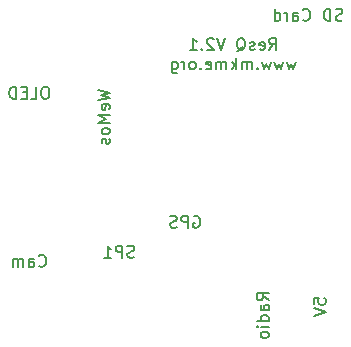
<source format=gbo>
%TF.GenerationSoftware,KiCad,Pcbnew,(5.1.6)-1*%
%TF.CreationDate,2020-09-06T13:06:38-04:00*%
%TF.ProjectId,ResQ KiCad Version,52657351-204b-4694-9361-642056657273,rev?*%
%TF.SameCoordinates,Original*%
%TF.FileFunction,Legend,Bot*%
%TF.FilePolarity,Positive*%
%FSLAX46Y46*%
G04 Gerber Fmt 4.6, Leading zero omitted, Abs format (unit mm)*
G04 Created by KiCad (PCBNEW (5.1.6)-1) date 2020-09-06 13:06:38*
%MOMM*%
%LPD*%
G01*
G04 APERTURE LIST*
%ADD10C,0.150000*%
G04 APERTURE END LIST*
D10*
X192785619Y-117229380D02*
X193118952Y-116753190D01*
X193357047Y-117229380D02*
X193357047Y-116229380D01*
X192976095Y-116229380D01*
X192880857Y-116277000D01*
X192833238Y-116324619D01*
X192785619Y-116419857D01*
X192785619Y-116562714D01*
X192833238Y-116657952D01*
X192880857Y-116705571D01*
X192976095Y-116753190D01*
X193357047Y-116753190D01*
X191976095Y-117181761D02*
X192071333Y-117229380D01*
X192261809Y-117229380D01*
X192357047Y-117181761D01*
X192404666Y-117086523D01*
X192404666Y-116705571D01*
X192357047Y-116610333D01*
X192261809Y-116562714D01*
X192071333Y-116562714D01*
X191976095Y-116610333D01*
X191928476Y-116705571D01*
X191928476Y-116800809D01*
X192404666Y-116896047D01*
X191547523Y-117181761D02*
X191452285Y-117229380D01*
X191261809Y-117229380D01*
X191166571Y-117181761D01*
X191118952Y-117086523D01*
X191118952Y-117038904D01*
X191166571Y-116943666D01*
X191261809Y-116896047D01*
X191404666Y-116896047D01*
X191499904Y-116848428D01*
X191547523Y-116753190D01*
X191547523Y-116705571D01*
X191499904Y-116610333D01*
X191404666Y-116562714D01*
X191261809Y-116562714D01*
X191166571Y-116610333D01*
X190023714Y-117324619D02*
X190118952Y-117277000D01*
X190214190Y-117181761D01*
X190357047Y-117038904D01*
X190452285Y-116991285D01*
X190547523Y-116991285D01*
X190499904Y-117229380D02*
X190595142Y-117181761D01*
X190690380Y-117086523D01*
X190738000Y-116896047D01*
X190738000Y-116562714D01*
X190690380Y-116372238D01*
X190595142Y-116277000D01*
X190499904Y-116229380D01*
X190309428Y-116229380D01*
X190214190Y-116277000D01*
X190118952Y-116372238D01*
X190071333Y-116562714D01*
X190071333Y-116896047D01*
X190118952Y-117086523D01*
X190214190Y-117181761D01*
X190309428Y-117229380D01*
X190499904Y-117229380D01*
X189023714Y-116229380D02*
X188690380Y-117229380D01*
X188357047Y-116229380D01*
X188071333Y-116324619D02*
X188023714Y-116277000D01*
X187928476Y-116229380D01*
X187690380Y-116229380D01*
X187595142Y-116277000D01*
X187547523Y-116324619D01*
X187499904Y-116419857D01*
X187499904Y-116515095D01*
X187547523Y-116657952D01*
X188118952Y-117229380D01*
X187499904Y-117229380D01*
X187071333Y-117134142D02*
X187023714Y-117181761D01*
X187071333Y-117229380D01*
X187118952Y-117181761D01*
X187071333Y-117134142D01*
X187071333Y-117229380D01*
X186071333Y-117229380D02*
X186642761Y-117229380D01*
X186357047Y-117229380D02*
X186357047Y-116229380D01*
X186452285Y-116372238D01*
X186547523Y-116467476D01*
X186642761Y-116515095D01*
X195023714Y-118212714D02*
X194833238Y-118879380D01*
X194642761Y-118403190D01*
X194452285Y-118879380D01*
X194261809Y-118212714D01*
X193976095Y-118212714D02*
X193785619Y-118879380D01*
X193595142Y-118403190D01*
X193404666Y-118879380D01*
X193214190Y-118212714D01*
X192928476Y-118212714D02*
X192738000Y-118879380D01*
X192547523Y-118403190D01*
X192357047Y-118879380D01*
X192166571Y-118212714D01*
X191785619Y-118784142D02*
X191738000Y-118831761D01*
X191785619Y-118879380D01*
X191833238Y-118831761D01*
X191785619Y-118784142D01*
X191785619Y-118879380D01*
X191309428Y-118879380D02*
X191309428Y-118212714D01*
X191309428Y-118307952D02*
X191261809Y-118260333D01*
X191166571Y-118212714D01*
X191023714Y-118212714D01*
X190928476Y-118260333D01*
X190880857Y-118355571D01*
X190880857Y-118879380D01*
X190880857Y-118355571D02*
X190833238Y-118260333D01*
X190738000Y-118212714D01*
X190595142Y-118212714D01*
X190499904Y-118260333D01*
X190452285Y-118355571D01*
X190452285Y-118879380D01*
X189976095Y-118879380D02*
X189976095Y-117879380D01*
X189880857Y-118498428D02*
X189595142Y-118879380D01*
X189595142Y-118212714D02*
X189976095Y-118593666D01*
X189166571Y-118879380D02*
X189166571Y-118212714D01*
X189166571Y-118307952D02*
X189118952Y-118260333D01*
X189023714Y-118212714D01*
X188880857Y-118212714D01*
X188785619Y-118260333D01*
X188738000Y-118355571D01*
X188738000Y-118879380D01*
X188738000Y-118355571D02*
X188690380Y-118260333D01*
X188595142Y-118212714D01*
X188452285Y-118212714D01*
X188357047Y-118260333D01*
X188309428Y-118355571D01*
X188309428Y-118879380D01*
X187452285Y-118831761D02*
X187547523Y-118879380D01*
X187738000Y-118879380D01*
X187833238Y-118831761D01*
X187880857Y-118736523D01*
X187880857Y-118355571D01*
X187833238Y-118260333D01*
X187738000Y-118212714D01*
X187547523Y-118212714D01*
X187452285Y-118260333D01*
X187404666Y-118355571D01*
X187404666Y-118450809D01*
X187880857Y-118546047D01*
X186976095Y-118784142D02*
X186928476Y-118831761D01*
X186976095Y-118879380D01*
X187023714Y-118831761D01*
X186976095Y-118784142D01*
X186976095Y-118879380D01*
X186357047Y-118879380D02*
X186452285Y-118831761D01*
X186499904Y-118784142D01*
X186547523Y-118688904D01*
X186547523Y-118403190D01*
X186499904Y-118307952D01*
X186452285Y-118260333D01*
X186357047Y-118212714D01*
X186214190Y-118212714D01*
X186118952Y-118260333D01*
X186071333Y-118307952D01*
X186023714Y-118403190D01*
X186023714Y-118688904D01*
X186071333Y-118784142D01*
X186118952Y-118831761D01*
X186214190Y-118879380D01*
X186357047Y-118879380D01*
X185595142Y-118879380D02*
X185595142Y-118212714D01*
X185595142Y-118403190D02*
X185547523Y-118307952D01*
X185499904Y-118260333D01*
X185404666Y-118212714D01*
X185309428Y-118212714D01*
X184547523Y-118212714D02*
X184547523Y-119022238D01*
X184595142Y-119117476D01*
X184642761Y-119165095D01*
X184738000Y-119212714D01*
X184880857Y-119212714D01*
X184976095Y-119165095D01*
X184547523Y-118831761D02*
X184642761Y-118879380D01*
X184833238Y-118879380D01*
X184928476Y-118831761D01*
X184976095Y-118784142D01*
X185023714Y-118688904D01*
X185023714Y-118403190D01*
X184976095Y-118307952D01*
X184928476Y-118260333D01*
X184833238Y-118212714D01*
X184642761Y-118212714D01*
X184547523Y-118260333D01*
%TO.C,U1*%
X178268380Y-120650285D02*
X179268380Y-120888380D01*
X178554095Y-121078857D01*
X179268380Y-121269333D01*
X178268380Y-121507428D01*
X179220761Y-122269333D02*
X179268380Y-122174095D01*
X179268380Y-121983619D01*
X179220761Y-121888380D01*
X179125523Y-121840761D01*
X178744571Y-121840761D01*
X178649333Y-121888380D01*
X178601714Y-121983619D01*
X178601714Y-122174095D01*
X178649333Y-122269333D01*
X178744571Y-122316952D01*
X178839809Y-122316952D01*
X178935047Y-121840761D01*
X179268380Y-122745523D02*
X178268380Y-122745523D01*
X178982666Y-123078857D01*
X178268380Y-123412190D01*
X179268380Y-123412190D01*
X179268380Y-124031238D02*
X179220761Y-123936000D01*
X179173142Y-123888380D01*
X179077904Y-123840761D01*
X178792190Y-123840761D01*
X178696952Y-123888380D01*
X178649333Y-123936000D01*
X178601714Y-124031238D01*
X178601714Y-124174095D01*
X178649333Y-124269333D01*
X178696952Y-124316952D01*
X178792190Y-124364571D01*
X179077904Y-124364571D01*
X179173142Y-124316952D01*
X179220761Y-124269333D01*
X179268380Y-124174095D01*
X179268380Y-124031238D01*
X179220761Y-124745523D02*
X179268380Y-124840761D01*
X179268380Y-125031238D01*
X179220761Y-125126476D01*
X179125523Y-125174095D01*
X179077904Y-125174095D01*
X178982666Y-125126476D01*
X178935047Y-125031238D01*
X178935047Y-124888380D01*
X178887428Y-124793142D01*
X178792190Y-124745523D01*
X178744571Y-124745523D01*
X178649333Y-124793142D01*
X178601714Y-124888380D01*
X178601714Y-125031238D01*
X178649333Y-125126476D01*
%TO.C,J6*%
X192730380Y-138414285D02*
X192254190Y-138080952D01*
X192730380Y-137842857D02*
X191730380Y-137842857D01*
X191730380Y-138223809D01*
X191778000Y-138319047D01*
X191825619Y-138366666D01*
X191920857Y-138414285D01*
X192063714Y-138414285D01*
X192158952Y-138366666D01*
X192206571Y-138319047D01*
X192254190Y-138223809D01*
X192254190Y-137842857D01*
X192730380Y-139271428D02*
X192206571Y-139271428D01*
X192111333Y-139223809D01*
X192063714Y-139128571D01*
X192063714Y-138938095D01*
X192111333Y-138842857D01*
X192682761Y-139271428D02*
X192730380Y-139176190D01*
X192730380Y-138938095D01*
X192682761Y-138842857D01*
X192587523Y-138795238D01*
X192492285Y-138795238D01*
X192397047Y-138842857D01*
X192349428Y-138938095D01*
X192349428Y-139176190D01*
X192301809Y-139271428D01*
X192730380Y-140176190D02*
X191730380Y-140176190D01*
X192682761Y-140176190D02*
X192730380Y-140080952D01*
X192730380Y-139890476D01*
X192682761Y-139795238D01*
X192635142Y-139747619D01*
X192539904Y-139700000D01*
X192254190Y-139700000D01*
X192158952Y-139747619D01*
X192111333Y-139795238D01*
X192063714Y-139890476D01*
X192063714Y-140080952D01*
X192111333Y-140176190D01*
X192730380Y-140652380D02*
X192063714Y-140652380D01*
X191730380Y-140652380D02*
X191778000Y-140604761D01*
X191825619Y-140652380D01*
X191778000Y-140700000D01*
X191730380Y-140652380D01*
X191825619Y-140652380D01*
X192730380Y-141271428D02*
X192682761Y-141176190D01*
X192635142Y-141128571D01*
X192539904Y-141080952D01*
X192254190Y-141080952D01*
X192158952Y-141128571D01*
X192111333Y-141176190D01*
X192063714Y-141271428D01*
X192063714Y-141414285D01*
X192111333Y-141509523D01*
X192158952Y-141557142D01*
X192254190Y-141604761D01*
X192539904Y-141604761D01*
X192635142Y-141557142D01*
X192682761Y-141509523D01*
X192730380Y-141414285D01*
X192730380Y-141271428D01*
%TO.C,B1*%
X196556380Y-138747523D02*
X196556380Y-138271333D01*
X197032571Y-138223714D01*
X196984952Y-138271333D01*
X196937333Y-138366571D01*
X196937333Y-138604666D01*
X196984952Y-138699904D01*
X197032571Y-138747523D01*
X197127809Y-138795142D01*
X197365904Y-138795142D01*
X197461142Y-138747523D01*
X197508761Y-138699904D01*
X197556380Y-138604666D01*
X197556380Y-138366571D01*
X197508761Y-138271333D01*
X197461142Y-138223714D01*
X196556380Y-139080857D02*
X197556380Y-139414190D01*
X196556380Y-139747523D01*
%TO.C,J1*%
X181347904Y-134770761D02*
X181205047Y-134818380D01*
X180966952Y-134818380D01*
X180871714Y-134770761D01*
X180824095Y-134723142D01*
X180776476Y-134627904D01*
X180776476Y-134532666D01*
X180824095Y-134437428D01*
X180871714Y-134389809D01*
X180966952Y-134342190D01*
X181157428Y-134294571D01*
X181252666Y-134246952D01*
X181300285Y-134199333D01*
X181347904Y-134104095D01*
X181347904Y-134008857D01*
X181300285Y-133913619D01*
X181252666Y-133866000D01*
X181157428Y-133818380D01*
X180919333Y-133818380D01*
X180776476Y-133866000D01*
X180347904Y-134818380D02*
X180347904Y-133818380D01*
X179966952Y-133818380D01*
X179871714Y-133866000D01*
X179824095Y-133913619D01*
X179776476Y-134008857D01*
X179776476Y-134151714D01*
X179824095Y-134246952D01*
X179871714Y-134294571D01*
X179966952Y-134342190D01*
X180347904Y-134342190D01*
X178824095Y-134818380D02*
X179395523Y-134818380D01*
X179109809Y-134818380D02*
X179109809Y-133818380D01*
X179205047Y-133961238D01*
X179300285Y-134056476D01*
X179395523Y-134104095D01*
%TO.C,J2*%
X173275523Y-135485142D02*
X173323142Y-135532761D01*
X173466000Y-135580380D01*
X173561238Y-135580380D01*
X173704095Y-135532761D01*
X173799333Y-135437523D01*
X173846952Y-135342285D01*
X173894571Y-135151809D01*
X173894571Y-135008952D01*
X173846952Y-134818476D01*
X173799333Y-134723238D01*
X173704095Y-134628000D01*
X173561238Y-134580380D01*
X173466000Y-134580380D01*
X173323142Y-134628000D01*
X173275523Y-134675619D01*
X172418380Y-135580380D02*
X172418380Y-135056571D01*
X172466000Y-134961333D01*
X172561238Y-134913714D01*
X172751714Y-134913714D01*
X172846952Y-134961333D01*
X172418380Y-135532761D02*
X172513619Y-135580380D01*
X172751714Y-135580380D01*
X172846952Y-135532761D01*
X172894571Y-135437523D01*
X172894571Y-135342285D01*
X172846952Y-135247047D01*
X172751714Y-135199428D01*
X172513619Y-135199428D01*
X172418380Y-135151809D01*
X171942190Y-135580380D02*
X171942190Y-134913714D01*
X171942190Y-135008952D02*
X171894571Y-134961333D01*
X171799333Y-134913714D01*
X171656476Y-134913714D01*
X171561238Y-134961333D01*
X171513619Y-135056571D01*
X171513619Y-135580380D01*
X171513619Y-135056571D02*
X171466000Y-134961333D01*
X171370761Y-134913714D01*
X171227904Y-134913714D01*
X171132666Y-134961333D01*
X171085047Y-135056571D01*
X171085047Y-135580380D01*
%TO.C,J3*%
X173918380Y-120356380D02*
X173727904Y-120356380D01*
X173632666Y-120404000D01*
X173537428Y-120499238D01*
X173489809Y-120689714D01*
X173489809Y-121023047D01*
X173537428Y-121213523D01*
X173632666Y-121308761D01*
X173727904Y-121356380D01*
X173918380Y-121356380D01*
X174013619Y-121308761D01*
X174108857Y-121213523D01*
X174156476Y-121023047D01*
X174156476Y-120689714D01*
X174108857Y-120499238D01*
X174013619Y-120404000D01*
X173918380Y-120356380D01*
X172585047Y-121356380D02*
X173061238Y-121356380D01*
X173061238Y-120356380D01*
X172251714Y-120832571D02*
X171918380Y-120832571D01*
X171775523Y-121356380D02*
X172251714Y-121356380D01*
X172251714Y-120356380D01*
X171775523Y-120356380D01*
X171346952Y-121356380D02*
X171346952Y-120356380D01*
X171108857Y-120356380D01*
X170966000Y-120404000D01*
X170870761Y-120499238D01*
X170823142Y-120594476D01*
X170775523Y-120784952D01*
X170775523Y-120927809D01*
X170823142Y-121118285D01*
X170870761Y-121213523D01*
X170966000Y-121308761D01*
X171108857Y-121356380D01*
X171346952Y-121356380D01*
%TO.C,J4*%
X198968952Y-114704761D02*
X198826095Y-114752380D01*
X198588000Y-114752380D01*
X198492761Y-114704761D01*
X198445142Y-114657142D01*
X198397523Y-114561904D01*
X198397523Y-114466666D01*
X198445142Y-114371428D01*
X198492761Y-114323809D01*
X198588000Y-114276190D01*
X198778476Y-114228571D01*
X198873714Y-114180952D01*
X198921333Y-114133333D01*
X198968952Y-114038095D01*
X198968952Y-113942857D01*
X198921333Y-113847619D01*
X198873714Y-113800000D01*
X198778476Y-113752380D01*
X198540380Y-113752380D01*
X198397523Y-113800000D01*
X197968952Y-114752380D02*
X197968952Y-113752380D01*
X197730857Y-113752380D01*
X197588000Y-113800000D01*
X197492761Y-113895238D01*
X197445142Y-113990476D01*
X197397523Y-114180952D01*
X197397523Y-114323809D01*
X197445142Y-114514285D01*
X197492761Y-114609523D01*
X197588000Y-114704761D01*
X197730857Y-114752380D01*
X197968952Y-114752380D01*
X195635619Y-114657142D02*
X195683238Y-114704761D01*
X195826095Y-114752380D01*
X195921333Y-114752380D01*
X196064190Y-114704761D01*
X196159428Y-114609523D01*
X196207047Y-114514285D01*
X196254666Y-114323809D01*
X196254666Y-114180952D01*
X196207047Y-113990476D01*
X196159428Y-113895238D01*
X196064190Y-113800000D01*
X195921333Y-113752380D01*
X195826095Y-113752380D01*
X195683238Y-113800000D01*
X195635619Y-113847619D01*
X194778476Y-114752380D02*
X194778476Y-114228571D01*
X194826095Y-114133333D01*
X194921333Y-114085714D01*
X195111809Y-114085714D01*
X195207047Y-114133333D01*
X194778476Y-114704761D02*
X194873714Y-114752380D01*
X195111809Y-114752380D01*
X195207047Y-114704761D01*
X195254666Y-114609523D01*
X195254666Y-114514285D01*
X195207047Y-114419047D01*
X195111809Y-114371428D01*
X194873714Y-114371428D01*
X194778476Y-114323809D01*
X194302285Y-114752380D02*
X194302285Y-114085714D01*
X194302285Y-114276190D02*
X194254666Y-114180952D01*
X194207047Y-114133333D01*
X194111809Y-114085714D01*
X194016571Y-114085714D01*
X193254666Y-114752380D02*
X193254666Y-113752380D01*
X193254666Y-114704761D02*
X193349904Y-114752380D01*
X193540380Y-114752380D01*
X193635619Y-114704761D01*
X193683238Y-114657142D01*
X193730857Y-114561904D01*
X193730857Y-114276190D01*
X193683238Y-114180952D01*
X193635619Y-114133333D01*
X193540380Y-114085714D01*
X193349904Y-114085714D01*
X193254666Y-114133333D01*
%TO.C,J5*%
X186388285Y-131326000D02*
X186483523Y-131278380D01*
X186626380Y-131278380D01*
X186769238Y-131326000D01*
X186864476Y-131421238D01*
X186912095Y-131516476D01*
X186959714Y-131706952D01*
X186959714Y-131849809D01*
X186912095Y-132040285D01*
X186864476Y-132135523D01*
X186769238Y-132230761D01*
X186626380Y-132278380D01*
X186531142Y-132278380D01*
X186388285Y-132230761D01*
X186340666Y-132183142D01*
X186340666Y-131849809D01*
X186531142Y-131849809D01*
X185912095Y-132278380D02*
X185912095Y-131278380D01*
X185531142Y-131278380D01*
X185435904Y-131326000D01*
X185388285Y-131373619D01*
X185340666Y-131468857D01*
X185340666Y-131611714D01*
X185388285Y-131706952D01*
X185435904Y-131754571D01*
X185531142Y-131802190D01*
X185912095Y-131802190D01*
X184959714Y-132230761D02*
X184816857Y-132278380D01*
X184578761Y-132278380D01*
X184483523Y-132230761D01*
X184435904Y-132183142D01*
X184388285Y-132087904D01*
X184388285Y-131992666D01*
X184435904Y-131897428D01*
X184483523Y-131849809D01*
X184578761Y-131802190D01*
X184769238Y-131754571D01*
X184864476Y-131706952D01*
X184912095Y-131659333D01*
X184959714Y-131564095D01*
X184959714Y-131468857D01*
X184912095Y-131373619D01*
X184864476Y-131326000D01*
X184769238Y-131278380D01*
X184531142Y-131278380D01*
X184388285Y-131326000D01*
%TD*%
M02*

</source>
